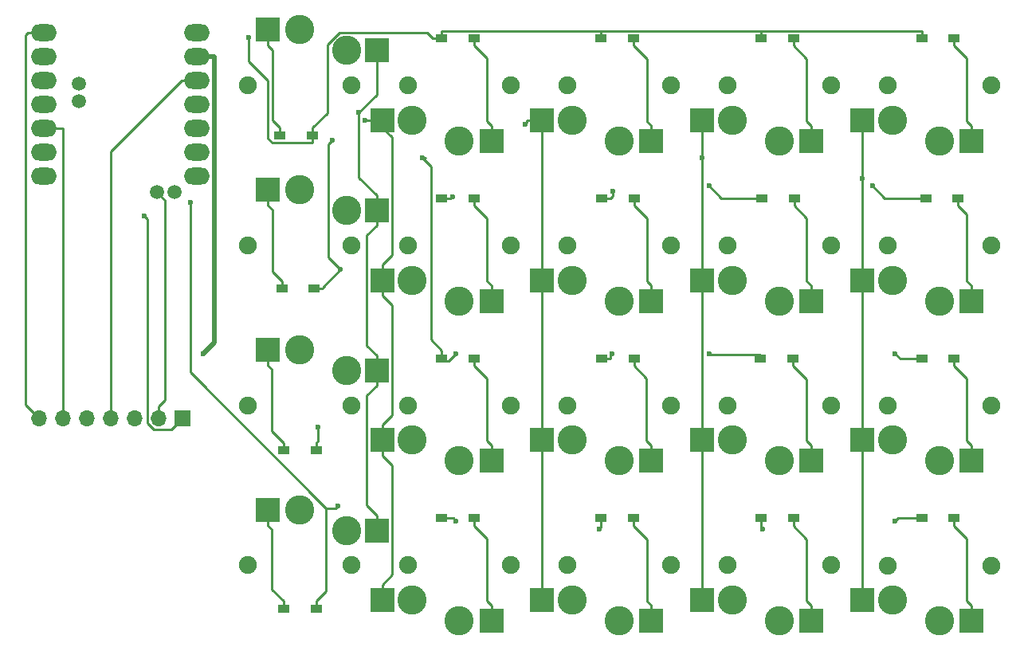
<source format=gbr>
%TF.GenerationSoftware,KiCad,Pcbnew,9.0.2*%
%TF.CreationDate,2025-12-07T23:57:28+09:00*%
%TF.ProjectId,FrostOrtho_R,46726f73-744f-4727-9468-6f5f522e6b69,rev?*%
%TF.SameCoordinates,Original*%
%TF.FileFunction,Copper,L2,Bot*%
%TF.FilePolarity,Positive*%
%FSLAX46Y46*%
G04 Gerber Fmt 4.6, Leading zero omitted, Abs format (unit mm)*
G04 Created by KiCad (PCBNEW 9.0.2) date 2025-12-07 23:57:28*
%MOMM*%
%LPD*%
G01*
G04 APERTURE LIST*
%TA.AperFunction,WasherPad*%
%ADD10C,1.900000*%
%TD*%
%TA.AperFunction,WasherPad*%
%ADD11C,3.100000*%
%TD*%
%TA.AperFunction,SMDPad,CuDef*%
%ADD12R,2.600000X2.600000*%
%TD*%
%TA.AperFunction,SMDPad,CuDef*%
%ADD13R,1.200000X0.950000*%
%TD*%
%TA.AperFunction,ComponentPad*%
%ADD14O,2.750000X1.800000*%
%TD*%
%TA.AperFunction,ComponentPad*%
%ADD15C,1.500000*%
%TD*%
%TA.AperFunction,ComponentPad*%
%ADD16R,1.700000X1.700000*%
%TD*%
%TA.AperFunction,ComponentPad*%
%ADD17O,1.700000X1.700000*%
%TD*%
%TA.AperFunction,ViaPad*%
%ADD18C,0.600000*%
%TD*%
%TA.AperFunction,Conductor*%
%ADD19C,0.250000*%
%TD*%
%TA.AperFunction,Conductor*%
%ADD20C,0.500000*%
%TD*%
G04 APERTURE END LIST*
D10*
%TO.P,SW15,*%
%TO.N,*%
X119000000Y-67500000D03*
D11*
X119500000Y-71200000D03*
X124500000Y-73400000D03*
D10*
X130000000Y-67500000D03*
D12*
%TO.P,SW15,1,1*%
%TO.N,Col3*%
X116300000Y-71200000D03*
%TO.P,SW15,2,2*%
%TO.N,Net-(D15-A)*%
X127900000Y-73400000D03*
%TD*%
D13*
%TO.P,D18,1,K*%
%TO.N,Row1*%
X140050025Y-45500000D03*
%TO.P,D18,2,A*%
%TO.N,Net-(D18-A)*%
X143500025Y-45500000D03*
%TD*%
D10*
%TO.P,SW20,*%
%TO.N,*%
X136000000Y-84510000D03*
D11*
X136500000Y-88210000D03*
X141500000Y-90410000D03*
D10*
X147000000Y-84510000D03*
D12*
%TO.P,SW20,1,1*%
%TO.N,Col4*%
X133300000Y-88210000D03*
%TO.P,SW20,2,2*%
%TO.N,Net-(D20-A)*%
X144900000Y-90410000D03*
%TD*%
D13*
%TO.P,D17,1,K*%
%TO.N,Row0*%
X139626525Y-28500000D03*
%TO.P,D17,2,A*%
%TO.N,Net-(D17-A)*%
X143076525Y-28500000D03*
%TD*%
D10*
%TO.P,SW18,*%
%TO.N,*%
X136000000Y-50500000D03*
D11*
X136500000Y-54200000D03*
X141500000Y-56400000D03*
D10*
X147000000Y-50500000D03*
D12*
%TO.P,SW18,1,1*%
%TO.N,Col4*%
X133300000Y-54200000D03*
%TO.P,SW18,2,2*%
%TO.N,Net-(D18-A)*%
X144900000Y-56400000D03*
%TD*%
D10*
%TO.P,SW5,*%
%TO.N,*%
X85000000Y-33500000D03*
D11*
X85500000Y-37200000D03*
X90500000Y-39400000D03*
D10*
X96000000Y-33500000D03*
D12*
%TO.P,SW5,1,1*%
%TO.N,Col1*%
X82300000Y-37200000D03*
%TO.P,SW5,2,2*%
%TO.N,Net-(D5-A)*%
X93900000Y-39400000D03*
%TD*%
D13*
%TO.P,D6,1,K*%
%TO.N,Row1*%
X88626525Y-45500000D03*
%TO.P,D6,2,A*%
%TO.N,Net-(D6-A)*%
X92076525Y-45500000D03*
%TD*%
%TO.P,D4,1,K*%
%TO.N,Row3*%
X75273475Y-89100000D03*
%TO.P,D4,2,A*%
%TO.N,Net-(D4-A)*%
X71823475Y-89100000D03*
%TD*%
%TO.P,D11,1,K*%
%TO.N,Row2*%
X105626525Y-62500000D03*
%TO.P,D11,2,A*%
%TO.N,Net-(D11-A)*%
X109076525Y-62500000D03*
%TD*%
%TO.P,D9,1,K*%
%TO.N,Row0*%
X105550025Y-28500000D03*
%TO.P,D9,2,A*%
%TO.N,Net-(D9-A)*%
X109000025Y-28500000D03*
%TD*%
%TO.P,D7,1,K*%
%TO.N,Row2*%
X88626525Y-62500000D03*
%TO.P,D7,2,A*%
%TO.N,Net-(D7-A)*%
X92076525Y-62500000D03*
%TD*%
D10*
%TO.P,SW16,*%
%TO.N,*%
X119000000Y-84500000D03*
D11*
X119500000Y-88200000D03*
X124500000Y-90400000D03*
D10*
X130000000Y-84500000D03*
D12*
%TO.P,SW16,1,1*%
%TO.N,Col3*%
X116300000Y-88200000D03*
%TO.P,SW16,2,2*%
%TO.N,Net-(D16-A)*%
X127900000Y-90400000D03*
%TD*%
D13*
%TO.P,D14,1,K*%
%TO.N,Row1*%
X122626525Y-45500000D03*
%TO.P,D14,2,A*%
%TO.N,Net-(D14-A)*%
X126076525Y-45500000D03*
%TD*%
%TO.P,D10,1,K*%
%TO.N,Row1*%
X105626525Y-45500000D03*
%TO.P,D10,2,A*%
%TO.N,Net-(D10-A)*%
X109076525Y-45500000D03*
%TD*%
D10*
%TO.P,SW2,*%
%TO.N,*%
X79000000Y-50500000D03*
D11*
X78500000Y-46800000D03*
X73500000Y-44600000D03*
D10*
X68000000Y-50500000D03*
D12*
%TO.P,SW2,1,1*%
%TO.N,Col0*%
X81700000Y-46800000D03*
%TO.P,SW2,2,2*%
%TO.N,Net-(D2-A)*%
X70100000Y-44600000D03*
%TD*%
D13*
%TO.P,D12,1,K*%
%TO.N,Row3*%
X105550025Y-79500000D03*
%TO.P,D12,2,A*%
%TO.N,Net-(D12-A)*%
X109000025Y-79500000D03*
%TD*%
D10*
%TO.P,SW12,*%
%TO.N,*%
X102000000Y-84500000D03*
D11*
X102500000Y-88200000D03*
X107500000Y-90400000D03*
D10*
X113000000Y-84500000D03*
D12*
%TO.P,SW12,1,1*%
%TO.N,Col2*%
X99300000Y-88200000D03*
%TO.P,SW12,2,2*%
%TO.N,Net-(D12-A)*%
X110900000Y-90400000D03*
%TD*%
D10*
%TO.P,SW6,*%
%TO.N,*%
X85000000Y-50500000D03*
D11*
X85500000Y-54200000D03*
X90500000Y-56400000D03*
D10*
X96000000Y-50500000D03*
D12*
%TO.P,SW6,1,1*%
%TO.N,Col1*%
X82300000Y-54200000D03*
%TO.P,SW6,2,2*%
%TO.N,Net-(D6-A)*%
X93900000Y-56400000D03*
%TD*%
D10*
%TO.P,SW4,*%
%TO.N,*%
X79000000Y-84500000D03*
D11*
X78500000Y-80800000D03*
X73500000Y-78600000D03*
D10*
X68000000Y-84500000D03*
D12*
%TO.P,SW4,1,1*%
%TO.N,Col0*%
X81700000Y-80800000D03*
%TO.P,SW4,2,2*%
%TO.N,Net-(D4-A)*%
X70100000Y-78600000D03*
%TD*%
D13*
%TO.P,D2,1,K*%
%TO.N,Row1*%
X75073475Y-55100000D03*
%TO.P,D2,2,A*%
%TO.N,Net-(D2-A)*%
X71623475Y-55100000D03*
%TD*%
D10*
%TO.P,SW3,*%
%TO.N,*%
X79000000Y-67500000D03*
D11*
X78500000Y-63800000D03*
X73500000Y-61600000D03*
D10*
X68000000Y-67500000D03*
D12*
%TO.P,SW3,1,1*%
%TO.N,Col0*%
X81700000Y-63800000D03*
%TO.P,SW3,2,2*%
%TO.N,Net-(D3-A)*%
X70100000Y-61600000D03*
%TD*%
D13*
%TO.P,D16,1,K*%
%TO.N,Row3*%
X122550025Y-79500000D03*
%TO.P,D16,2,A*%
%TO.N,Net-(D16-A)*%
X126000025Y-79500000D03*
%TD*%
D10*
%TO.P,SW13,*%
%TO.N,*%
X119000000Y-33500000D03*
D11*
X119500000Y-37200000D03*
X124500000Y-39400000D03*
D10*
X130000000Y-33500000D03*
D12*
%TO.P,SW13,1,1*%
%TO.N,Col3*%
X116300000Y-37200000D03*
%TO.P,SW13,2,2*%
%TO.N,Net-(D13-A)*%
X127900000Y-39400000D03*
%TD*%
D13*
%TO.P,D3,1,K*%
%TO.N,Row2*%
X75273475Y-72300000D03*
%TO.P,D3,2,A*%
%TO.N,Net-(D3-A)*%
X71823475Y-72300000D03*
%TD*%
D10*
%TO.P,SW10,*%
%TO.N,*%
X102000000Y-50500000D03*
D11*
X102500000Y-54200000D03*
X107500000Y-56400000D03*
D10*
X113000000Y-50500000D03*
D12*
%TO.P,SW10,1,1*%
%TO.N,Col2*%
X99300000Y-54200000D03*
%TO.P,SW10,2,2*%
%TO.N,Net-(D10-A)*%
X110900000Y-56400000D03*
%TD*%
D10*
%TO.P,SW14,*%
%TO.N,*%
X119000000Y-50500000D03*
D11*
X119500000Y-54200000D03*
X124500000Y-56400000D03*
D10*
X130000000Y-50500000D03*
D12*
%TO.P,SW14,1,1*%
%TO.N,Col3*%
X116300000Y-54200000D03*
%TO.P,SW14,2,2*%
%TO.N,Net-(D14-A)*%
X127900000Y-56400000D03*
%TD*%
D10*
%TO.P,SW8,*%
%TO.N,*%
X85000000Y-84500000D03*
D11*
X85500000Y-88200000D03*
X90500000Y-90400000D03*
D10*
X96000000Y-84500000D03*
D12*
%TO.P,SW8,1,1*%
%TO.N,Col1*%
X82300000Y-88200000D03*
%TO.P,SW8,2,2*%
%TO.N,Net-(D8-A)*%
X93900000Y-90400000D03*
%TD*%
D13*
%TO.P,D15,1,K*%
%TO.N,Row2*%
X122500025Y-62500000D03*
%TO.P,D15,2,A*%
%TO.N,Net-(D15-A)*%
X125950025Y-62500000D03*
%TD*%
%TO.P,D8,1,K*%
%TO.N,Row3*%
X88626525Y-79500000D03*
%TO.P,D8,2,A*%
%TO.N,Net-(D8-A)*%
X92076525Y-79500000D03*
%TD*%
%TO.P,D13,1,K*%
%TO.N,Row0*%
X122550025Y-28500000D03*
%TO.P,D13,2,A*%
%TO.N,Net-(D13-A)*%
X126000025Y-28500000D03*
%TD*%
D10*
%TO.P,SW9,*%
%TO.N,*%
X102000000Y-33500000D03*
D11*
X102500000Y-37200000D03*
X107500000Y-39400000D03*
D10*
X113000000Y-33500000D03*
D12*
%TO.P,SW9,1,1*%
%TO.N,Col2*%
X99300000Y-37200000D03*
%TO.P,SW9,2,2*%
%TO.N,Net-(D9-A)*%
X110900000Y-39400000D03*
%TD*%
D10*
%TO.P,SW11,*%
%TO.N,*%
X101980000Y-67500000D03*
D11*
X102480000Y-71200000D03*
X107480000Y-73400000D03*
D10*
X112980000Y-67500000D03*
D12*
%TO.P,SW11,1,1*%
%TO.N,Col2*%
X99280000Y-71200000D03*
%TO.P,SW11,2,2*%
%TO.N,Net-(D11-A)*%
X110880000Y-73400000D03*
%TD*%
D10*
%TO.P,SW7,*%
%TO.N,*%
X85000000Y-67500000D03*
D11*
X85500000Y-71200000D03*
X90500000Y-73400000D03*
D10*
X96000000Y-67500000D03*
D12*
%TO.P,SW7,1,1*%
%TO.N,Col1*%
X82300000Y-71200000D03*
%TO.P,SW7,2,2*%
%TO.N,Net-(D7-A)*%
X93900000Y-73400000D03*
%TD*%
D13*
%TO.P,D5,1,K*%
%TO.N,Row0*%
X88626525Y-28500000D03*
%TO.P,D5,2,A*%
%TO.N,Net-(D5-A)*%
X92076525Y-28500000D03*
%TD*%
%TO.P,D1,1,K*%
%TO.N,Row0*%
X74899975Y-38800000D03*
%TO.P,D1,2,A*%
%TO.N,Net-(D1-A)*%
X71449975Y-38800000D03*
%TD*%
D14*
%TO.P,U1,1,P0.02_A0_D0*%
%TO.N,MOTION*%
X46380000Y-27924000D03*
%TO.P,U1,2,P0.03_A1_D1*%
%TO.N,Row0*%
X46380000Y-30464000D03*
%TO.P,U1,3,P0.28_A2_D2*%
%TO.N,Row1*%
X46380000Y-33004000D03*
%TO.P,U1,4,P0.29_A3_D3*%
%TO.N,Row2*%
X46380000Y-35544000D03*
%TO.P,U1,5,P0.04_A4_D4_SDA*%
%TO.N,SDIO*%
X46380000Y-38084000D03*
%TO.P,U1,6,P0.05_A5_D5_SCL*%
%TO.N,SCLK*%
X46380000Y-40624000D03*
%TO.P,U1,7,P1.11_D6_TX*%
%TO.N,Row3*%
X46380000Y-43164000D03*
%TO.P,U1,8,P1.12_D7_RX*%
%TO.N,Col3*%
X62620000Y-43164000D03*
%TO.P,U1,9,P1.13_D8_SCK*%
%TO.N,Col2*%
X62620000Y-40624000D03*
%TO.P,U1,10,P1.14_D9_MISO*%
%TO.N,Col1*%
X62620000Y-38084000D03*
%TO.P,U1,11,P1.15_D10_MOSI*%
%TO.N,Col0*%
X62620000Y-35544000D03*
%TO.P,U1,12,3V3*%
%TO.N,3.3V*%
X62620000Y-33004000D03*
%TO.P,U1,13,GND*%
%TO.N,GND*%
X62620000Y-30464000D03*
%TO.P,U1,14,5V*%
%TO.N,VCC*%
X62620000Y-27924000D03*
D15*
%TO.P,U1,15,NFC1_0.09*%
%TO.N,CS*%
X58335400Y-44856000D03*
%TO.P,U1,16,NFC2_0.10*%
%TO.N,Col4*%
X60215000Y-44856000D03*
%TO.P,U1,20,BATT+*%
%TO.N,Bat*%
X50055000Y-35227000D03*
%TO.P,U1,21,BATT-*%
%TO.N,GND*%
X50055000Y-33322000D03*
%TD*%
D10*
%TO.P,SW1,*%
%TO.N,*%
X79000000Y-33500000D03*
D11*
X78500000Y-29800000D03*
X73500000Y-27600000D03*
D10*
X68000000Y-33500000D03*
D12*
%TO.P,SW1,1,1*%
%TO.N,Col0*%
X81700000Y-29800000D03*
%TO.P,SW1,2,2*%
%TO.N,Net-(D1-A)*%
X70100000Y-27600000D03*
%TD*%
D10*
%TO.P,SW19,*%
%TO.N,*%
X136000000Y-67500000D03*
D11*
X136500000Y-71200000D03*
X141500000Y-73400000D03*
D10*
X147000000Y-67500000D03*
D12*
%TO.P,SW19,1,1*%
%TO.N,Col4*%
X133300000Y-71200000D03*
%TO.P,SW19,2,2*%
%TO.N,Net-(D19-A)*%
X144900000Y-73400000D03*
%TD*%
D13*
%TO.P,D19,1,K*%
%TO.N,Row2*%
X139626525Y-62500000D03*
%TO.P,D19,2,A*%
%TO.N,Net-(D19-A)*%
X143076525Y-62500000D03*
%TD*%
D10*
%TO.P,SW17,*%
%TO.N,*%
X136000000Y-33500000D03*
D11*
X136500000Y-37200000D03*
X141500000Y-39400000D03*
D10*
X147000000Y-33500000D03*
D12*
%TO.P,SW17,1,1*%
%TO.N,Col4*%
X133300000Y-37200000D03*
%TO.P,SW17,2,2*%
%TO.N,Net-(D17-A)*%
X144900000Y-39400000D03*
%TD*%
D16*
%TO.P,J1,1,SCLK*%
%TO.N,SCLK*%
X61100000Y-68900000D03*
D17*
%TO.P,J1,2,nCS*%
%TO.N,CS*%
X58560000Y-68900000D03*
%TO.P,J1,3,GND*%
%TO.N,GND*%
X56020000Y-68900000D03*
%TO.P,J1,4,Vin*%
%TO.N,3.3V*%
X53480000Y-68900000D03*
%TO.P,J1,5,nc*%
%TO.N,unconnected-(J1-nc-Pad5)*%
X50940000Y-68900000D03*
%TO.P,J1,6,SDIO*%
%TO.N,SDIO*%
X48400000Y-68900000D03*
%TO.P,J1,7,MOTION*%
%TO.N,MOTION*%
X45860000Y-68900000D03*
%TD*%
D13*
%TO.P,D20,1,K*%
%TO.N,Row3*%
X139626525Y-79500000D03*
%TO.P,D20,2,A*%
%TO.N,Net-(D20-A)*%
X143076525Y-79500000D03*
%TD*%
D18*
%TO.N,Row0*%
X68112900Y-28383200D03*
%TO.N,Row1*%
X106762200Y-44765400D03*
X89755400Y-45346400D03*
X134381500Y-44184400D03*
X77876000Y-53085100D03*
X76997800Y-39354000D03*
X117023400Y-44184400D03*
%TO.N,Row2*%
X75484400Y-69776200D03*
X106746100Y-61985800D03*
X86530000Y-41228800D03*
X117023400Y-61985800D03*
X136814300Y-61985800D03*
X90137000Y-61985800D03*
%TO.N,Row3*%
X61926200Y-45935400D03*
X136814300Y-79787200D03*
X122738600Y-80622800D03*
X105380500Y-80622800D03*
X77575500Y-78199300D03*
X90137000Y-79787200D03*
%TO.N,GND*%
X63262200Y-61985800D03*
%TO.N,SCLK*%
X57000000Y-47347600D03*
%TO.N,Col0*%
X79806800Y-36390000D03*
%TO.N,Col1*%
X80444900Y-37250000D03*
%TO.N,Col2*%
X97476400Y-37633600D03*
%TO.N,Col3*%
X116300000Y-41217500D03*
%TO.N,Col4*%
X133300000Y-43380200D03*
%TD*%
D19*
%TO.N,Net-(D1-A)*%
X71450000Y-38800000D02*
X71450000Y-37998300D01*
X70100000Y-27600000D02*
X70100000Y-29226700D01*
X70648400Y-29775100D02*
X70100000Y-29226700D01*
X70648400Y-37196700D02*
X70648400Y-29775100D01*
X71450000Y-37998300D02*
X70648400Y-37196700D01*
%TO.N,Row0*%
X70650100Y-39601700D02*
X74900000Y-39601700D01*
X68112900Y-30948700D02*
X70176700Y-33012500D01*
X105551500Y-27698300D02*
X105550000Y-27699800D01*
X70176700Y-39128300D02*
X70650100Y-39601700D01*
X122550000Y-27699800D02*
X122548500Y-27698300D01*
X70176700Y-33012500D02*
X70176700Y-39128300D01*
X87100000Y-27900200D02*
X87699800Y-28500000D01*
X122550000Y-27700000D02*
X122550000Y-27699800D01*
X105550000Y-28500000D02*
X105550000Y-27699800D01*
X77742000Y-27900200D02*
X87100000Y-27900200D01*
X76476800Y-36421500D02*
X76476800Y-29165400D01*
X122548500Y-27698300D02*
X105551500Y-27698300D01*
X105550000Y-27698300D02*
X88626500Y-27698300D01*
X74900000Y-37998300D02*
X76476800Y-36421500D01*
X74900000Y-38800000D02*
X74900000Y-37998300D01*
X139626500Y-28500000D02*
X139626500Y-27698300D01*
X122550000Y-27699800D02*
X122550000Y-27698300D01*
X105550000Y-27699800D02*
X105550000Y-27698300D01*
X76476800Y-29165400D02*
X77742000Y-27900200D01*
X88626500Y-28500000D02*
X87699800Y-28500000D01*
X74900000Y-38800000D02*
X74900000Y-39601700D01*
X68112900Y-28383200D02*
X68112900Y-30948700D01*
X122550000Y-28500000D02*
X122550000Y-27700000D01*
X88626500Y-28500000D02*
X88626500Y-27698300D01*
X139626500Y-27698300D02*
X122550000Y-27698300D01*
%TO.N,Net-(D2-A)*%
X71623500Y-55100000D02*
X71623500Y-54298300D01*
X70100000Y-44600000D02*
X70100000Y-46226700D01*
X70663900Y-46790600D02*
X70100000Y-46226700D01*
X71623500Y-54298300D02*
X70663900Y-53338700D01*
X70663900Y-53338700D02*
X70663900Y-46790600D01*
%TO.N,Row1*%
X122626500Y-45500000D02*
X118339000Y-45500000D01*
X105626500Y-45500000D02*
X106553200Y-45500000D01*
X76583900Y-39767900D02*
X76583900Y-51793000D01*
X89706800Y-45346400D02*
X89553200Y-45500000D01*
X88626500Y-45500000D02*
X89553200Y-45500000D01*
X118339000Y-45500000D02*
X117023400Y-44184400D01*
X140050000Y-45500000D02*
X135697100Y-45500000D01*
X76000200Y-55100000D02*
X76000200Y-54960900D01*
X76000200Y-54960900D02*
X77876000Y-53085100D01*
X106762200Y-45291000D02*
X106762200Y-44765400D01*
X106553200Y-45500000D02*
X106762200Y-45291000D01*
X89755400Y-45346400D02*
X89706800Y-45346400D01*
X75073500Y-55100000D02*
X76000200Y-55100000D01*
X76583900Y-51793000D02*
X77876000Y-53085100D01*
X76997800Y-39354000D02*
X76583900Y-39767900D01*
X135697100Y-45500000D02*
X134381500Y-44184400D01*
%TO.N,Net-(D3-A)*%
X71823500Y-72300000D02*
X71823500Y-71498300D01*
X71823500Y-71498300D02*
X70584300Y-70259100D01*
X70584300Y-70259100D02*
X70584300Y-63711000D01*
X70100000Y-61600000D02*
X70100000Y-63226700D01*
X70584300Y-63711000D02*
X70100000Y-63226700D01*
%TO.N,Row2*%
X122500000Y-62500000D02*
X122500000Y-62099100D01*
X88626500Y-62500000D02*
X88626500Y-61698300D01*
X87456000Y-42154800D02*
X87456000Y-60527800D01*
X89335300Y-62787500D02*
X90137000Y-61985800D01*
X75484400Y-69776200D02*
X75484400Y-71287400D01*
X106746100Y-61985800D02*
X106553200Y-62178700D01*
X75273500Y-72300000D02*
X75273500Y-71498300D01*
X105626500Y-62500000D02*
X106553200Y-62500000D01*
X88626500Y-62500000D02*
X88626500Y-62787500D01*
X87456000Y-60527800D02*
X88626500Y-61698300D01*
X86530000Y-41228800D02*
X86897500Y-41228800D01*
X75484400Y-71287400D02*
X75273500Y-71498300D01*
X88626500Y-62787500D02*
X89335300Y-62787500D01*
X86530000Y-41228800D02*
X87456000Y-42154800D01*
X122500000Y-62099100D02*
X117136700Y-62099100D01*
X139626500Y-62500000D02*
X137328500Y-62500000D01*
X106553200Y-62178700D02*
X106553200Y-62500000D01*
X137328500Y-62500000D02*
X136814300Y-61985800D01*
X117136700Y-62099100D02*
X117023400Y-61985800D01*
X86897500Y-41228800D02*
X86530000Y-41228800D01*
%TO.N,Net-(D4-A)*%
X70100000Y-78600000D02*
X70100000Y-80226700D01*
X70584300Y-87059100D02*
X70584300Y-80711000D01*
X71823500Y-89100000D02*
X71823500Y-88298300D01*
X70584300Y-80711000D02*
X70100000Y-80226700D01*
X71823500Y-88298300D02*
X70584300Y-87059100D01*
%TO.N,Row3*%
X137101500Y-79500000D02*
X136814300Y-79787200D01*
X122738600Y-80622800D02*
X122550000Y-80434200D01*
X89849800Y-79500000D02*
X90137000Y-79787200D01*
X61926200Y-63996100D02*
X61926200Y-45935400D01*
X88626500Y-79500000D02*
X89849800Y-79500000D01*
X76344500Y-87227300D02*
X76344500Y-78414400D01*
X76344500Y-78414400D02*
X77360400Y-78414400D01*
X76344500Y-78414400D02*
X61926200Y-63996100D01*
X105380500Y-80622800D02*
X105550000Y-80453300D01*
X75273500Y-88298300D02*
X76344500Y-87227300D01*
X105550000Y-80453300D02*
X105550000Y-79500000D01*
X139626500Y-79500000D02*
X137101500Y-79500000D01*
X75273500Y-89100000D02*
X75273500Y-88298300D01*
X122550000Y-80434200D02*
X122550000Y-79500000D01*
X77360400Y-78414400D02*
X77575500Y-78199300D01*
%TO.N,Net-(D5-A)*%
X93415800Y-30641000D02*
X93415800Y-37289100D01*
X92076500Y-29301700D02*
X93415800Y-30641000D01*
X92076500Y-28500000D02*
X92076500Y-29301700D01*
X93900000Y-39400000D02*
X93900000Y-37773300D01*
X93415800Y-37289100D02*
X93900000Y-37773300D01*
%TO.N,Net-(D6-A)*%
X92076500Y-45500000D02*
X92076500Y-46301700D01*
X93415800Y-47641000D02*
X93415800Y-54289100D01*
X93900000Y-56400000D02*
X93900000Y-54773300D01*
X92076500Y-46301700D02*
X93415800Y-47641000D01*
X93415800Y-54289100D02*
X93900000Y-54773300D01*
%TO.N,Net-(D7-A)*%
X93415800Y-71289100D02*
X93900000Y-71773300D01*
X93415800Y-64641000D02*
X93415800Y-71289100D01*
X93900000Y-73400000D02*
X93900000Y-71773300D01*
X92076500Y-62500000D02*
X92076500Y-63301700D01*
X92076500Y-63301700D02*
X93415800Y-64641000D01*
%TO.N,Net-(D8-A)*%
X93900000Y-90400000D02*
X93900000Y-88773300D01*
X92076500Y-79500000D02*
X92076500Y-80301700D01*
X93900000Y-88773300D02*
X93415800Y-88289100D01*
X93415800Y-81641000D02*
X92076500Y-80301700D01*
X93415800Y-88289100D02*
X93415800Y-81641000D01*
%TO.N,Net-(D9-A)*%
X110415800Y-37289100D02*
X110415800Y-30717500D01*
X110900000Y-39400000D02*
X110900000Y-37773300D01*
X109000000Y-28500000D02*
X109000000Y-29301700D01*
X110415800Y-30717500D02*
X109000000Y-29301700D01*
X110900000Y-37773300D02*
X110415800Y-37289100D01*
%TO.N,Net-(D10-A)*%
X109076500Y-46301700D02*
X110415800Y-47641000D01*
X110415800Y-47641000D02*
X110415800Y-54289100D01*
X110415800Y-54289100D02*
X110900000Y-54773300D01*
X109076500Y-45500000D02*
X109076500Y-46301700D01*
X110900000Y-56400000D02*
X110900000Y-54773300D01*
%TO.N,Net-(D11-A)*%
X109076500Y-63301700D02*
X110395800Y-64621000D01*
X110395800Y-71289100D02*
X110880000Y-71773300D01*
X110395800Y-64621000D02*
X110395800Y-71289100D01*
X109076500Y-62500000D02*
X109076500Y-63301700D01*
X110880000Y-73400000D02*
X110880000Y-71773300D01*
%TO.N,Net-(D12-A)*%
X110415800Y-81717500D02*
X109000000Y-80301700D01*
X110900000Y-90400000D02*
X110900000Y-88773300D01*
X109000000Y-79500000D02*
X109000000Y-80301700D01*
X110415800Y-88289100D02*
X110415800Y-81717500D01*
X110900000Y-88773300D02*
X110415800Y-88289100D01*
%TO.N,Net-(D13-A)*%
X127900000Y-39400000D02*
X127900000Y-37773300D01*
X126000000Y-28500000D02*
X126000000Y-29301700D01*
X127415800Y-37289100D02*
X127415800Y-30717500D01*
X127900000Y-37773300D02*
X127415800Y-37289100D01*
X127415800Y-30717500D02*
X126000000Y-29301700D01*
%TO.N,Net-(D14-A)*%
X126076500Y-46301700D02*
X127415800Y-47641000D01*
X127415800Y-47641000D02*
X127415800Y-54289100D01*
X127415800Y-54289100D02*
X127900000Y-54773300D01*
X127900000Y-56400000D02*
X127900000Y-54773300D01*
X126076500Y-45500000D02*
X126076500Y-46301700D01*
%TO.N,Net-(D15-A)*%
X127415800Y-71289100D02*
X127415800Y-64767500D01*
X127900000Y-71773300D02*
X127415800Y-71289100D01*
X125950000Y-62500000D02*
X125950000Y-63301700D01*
X127415800Y-64767500D02*
X125950000Y-63301700D01*
X127900000Y-73400000D02*
X127900000Y-71773300D01*
%TO.N,Net-(D16-A)*%
X127415800Y-81717500D02*
X126000000Y-80301700D01*
X127900000Y-88773300D02*
X127415800Y-88289100D01*
X126000000Y-79500000D02*
X126000000Y-80301700D01*
X127900000Y-90400000D02*
X127900000Y-88773300D01*
X127415800Y-88289100D02*
X127415800Y-81717500D01*
%TO.N,Net-(D17-A)*%
X144900000Y-37773300D02*
X144415800Y-37289100D01*
X143076500Y-28500000D02*
X143076500Y-29301700D01*
X144900000Y-39400000D02*
X144900000Y-37773300D01*
X144415800Y-37289100D02*
X144415800Y-30641000D01*
X144415800Y-30641000D02*
X143076500Y-29301700D01*
%TO.N,Net-(D18-A)*%
X144415800Y-54289100D02*
X144415800Y-47217500D01*
X144900000Y-54773300D02*
X144415800Y-54289100D01*
X144900000Y-56400000D02*
X144900000Y-54773300D01*
X144415800Y-47217500D02*
X143500000Y-46301700D01*
X143500000Y-45500000D02*
X143500000Y-46301700D01*
D20*
%TO.N,GND*%
X62120000Y-30464000D02*
X64446700Y-30464000D01*
X64446700Y-30464000D02*
X64446700Y-60801300D01*
X64446700Y-60801300D02*
X63262200Y-61985800D01*
D19*
%TO.N,CS*%
X59200000Y-66954100D02*
X59200000Y-45720600D01*
X58560000Y-67594100D02*
X58560000Y-68900000D01*
X59200000Y-66954100D02*
X58560000Y-67594100D01*
X58736098Y-45256698D02*
X58652068Y-45215953D01*
X58629076Y-45149676D02*
X58335400Y-44856000D01*
X58652068Y-45215953D02*
X58629076Y-45149676D01*
X59200000Y-45720600D02*
X58736098Y-45256698D01*
%TO.N,SCLK*%
X57384000Y-47731600D02*
X57384000Y-69387116D01*
X57000000Y-47347600D02*
X57384000Y-47731600D01*
X59924000Y-70076000D02*
X61100000Y-68900000D01*
X57384000Y-69387116D02*
X58072884Y-70076000D01*
X58072884Y-70076000D02*
X59924000Y-70076000D01*
%TO.N,MOTION*%
X44409900Y-67449900D02*
X45860000Y-68900000D01*
X44678300Y-27924000D02*
X46880000Y-27924000D01*
X44409900Y-28192400D02*
X44678300Y-27924000D01*
X44409900Y-28192400D02*
X44409900Y-67449900D01*
%TO.N,3.3V*%
X53480000Y-65920000D02*
X53480000Y-68900000D01*
X53500000Y-40504000D02*
X53500000Y-65900000D01*
X53500000Y-65900000D02*
X53480000Y-65920000D01*
X62120000Y-33004000D02*
X61000000Y-33004000D01*
X61000000Y-33004000D02*
X53500000Y-40504000D01*
%TO.N,SDIO*%
X48400000Y-38084000D02*
X48400000Y-68900000D01*
X46880000Y-38084000D02*
X48400000Y-38084000D01*
%TO.N,Net-(D19-A)*%
X144900000Y-71773300D02*
X144415800Y-71289100D01*
X143076500Y-62500000D02*
X143076500Y-63301700D01*
X144415800Y-71289100D02*
X144415800Y-64641000D01*
X144415800Y-64641000D02*
X143076500Y-63301700D01*
X144900000Y-73400000D02*
X144900000Y-71773300D01*
%TO.N,Col0*%
X79806800Y-36390000D02*
X79806800Y-43280100D01*
X81700000Y-46800000D02*
X81700000Y-45173300D01*
X81700000Y-47613300D02*
X81700000Y-48426700D01*
X81700000Y-29800000D02*
X81700000Y-34496800D01*
X81700000Y-80800000D02*
X81700000Y-79173300D01*
X80673300Y-66453400D02*
X81700000Y-65426700D01*
X81700000Y-62173300D02*
X80673300Y-61146600D01*
X81700000Y-79173300D02*
X80673300Y-78146600D01*
X80673300Y-78146600D02*
X80673300Y-66453400D01*
X79806800Y-43280100D02*
X81700000Y-45173300D01*
X81700000Y-34496800D02*
X79806800Y-36390000D01*
X80673300Y-49453400D02*
X81700000Y-48426700D01*
X81700000Y-63800000D02*
X81700000Y-65426700D01*
X81700000Y-47613300D02*
X81700000Y-46800000D01*
X81700000Y-63800000D02*
X81700000Y-62173300D01*
X80673300Y-61146600D02*
X80673300Y-49453400D01*
%TO.N,Col1*%
X81486700Y-37200000D02*
X80673300Y-37200000D01*
X83326700Y-68546600D02*
X82300000Y-69573300D01*
X82300000Y-71200000D02*
X82300000Y-69573300D01*
X82300000Y-53766700D02*
X82300000Y-54200000D01*
X82300000Y-54200000D02*
X82300000Y-55826700D01*
X83326700Y-51546600D02*
X82300000Y-52573300D01*
X82300000Y-88200000D02*
X82300000Y-86573300D01*
X83326700Y-56853400D02*
X83326700Y-68546600D01*
X83364500Y-73891200D02*
X83364500Y-85508800D01*
X82300000Y-71200000D02*
X82300000Y-72826700D01*
X81486700Y-37200000D02*
X83326700Y-39040000D01*
X80444900Y-37250000D02*
X80494900Y-37200000D01*
X82300000Y-53766700D02*
X82300000Y-52573300D01*
X82300000Y-72826700D02*
X83364500Y-73891200D01*
X80494900Y-37200000D02*
X80673300Y-37200000D01*
X83326700Y-39040000D02*
X83326700Y-51546600D01*
X82300000Y-37200000D02*
X81486700Y-37200000D01*
X82300000Y-55826700D02*
X83326700Y-56853400D01*
X83364500Y-85508800D02*
X82300000Y-86573300D01*
%TO.N,Col2*%
X97673300Y-37436700D02*
X97673300Y-37200000D01*
X99280000Y-86553300D02*
X99300000Y-86573300D01*
X99300000Y-88200000D02*
X99300000Y-86573300D01*
X99280000Y-71200000D02*
X99280000Y-86553300D01*
X99300000Y-37200000D02*
X99300000Y-54200000D01*
X97476400Y-37633600D02*
X97673300Y-37436700D01*
X99300000Y-69553300D02*
X99280000Y-69573300D01*
X99280000Y-70766700D02*
X99280000Y-69573300D01*
X99300000Y-54200000D02*
X99300000Y-69553300D01*
X99300000Y-37200000D02*
X97673300Y-37200000D01*
X99280000Y-70766700D02*
X99280000Y-71200000D01*
%TO.N,Col3*%
X116300000Y-88200000D02*
X116300000Y-71200000D01*
X116300000Y-37200000D02*
X116300000Y-41217500D01*
X116300000Y-54200000D02*
X116300000Y-71200000D01*
X116300000Y-41217500D02*
X116300000Y-54200000D01*
%TO.N,Col4*%
X133300000Y-43380200D02*
X133300000Y-53766700D01*
X133300000Y-37200000D02*
X133300000Y-43380200D01*
X133300000Y-53766700D02*
X133300000Y-54200000D01*
X133300000Y-88210000D02*
X133300000Y-71200000D01*
X133300000Y-53766700D02*
X133300000Y-71200000D01*
%TO.N,Net-(D20-A)*%
X144900000Y-88783300D02*
X144415800Y-88299100D01*
X144900000Y-90410000D02*
X144900000Y-88783300D01*
X144415800Y-88299100D02*
X144415800Y-81641000D01*
X143076500Y-79500000D02*
X143076500Y-80301700D01*
X144415800Y-81641000D02*
X143076500Y-80301700D01*
%TD*%
M02*

</source>
